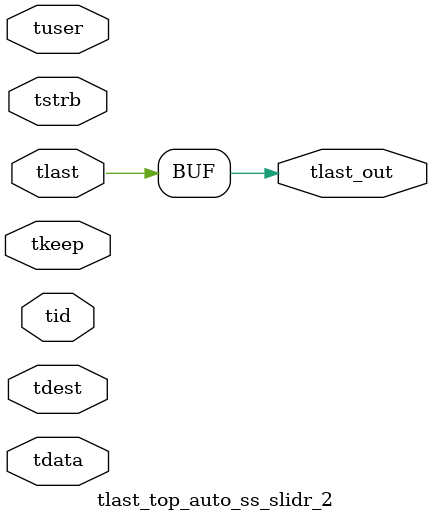
<source format=v>


`timescale 1ps/1ps

module tlast_top_auto_ss_slidr_2 #
(
parameter C_S_AXIS_TID_WIDTH   = 1,
parameter C_S_AXIS_TUSER_WIDTH = 0,
parameter C_S_AXIS_TDATA_WIDTH = 0,
parameter C_S_AXIS_TDEST_WIDTH = 0
)
(
input  [(C_S_AXIS_TID_WIDTH   == 0 ? 1 : C_S_AXIS_TID_WIDTH)-1:0       ] tid,
input  [(C_S_AXIS_TDATA_WIDTH == 0 ? 1 : C_S_AXIS_TDATA_WIDTH)-1:0     ] tdata,
input  [(C_S_AXIS_TUSER_WIDTH == 0 ? 1 : C_S_AXIS_TUSER_WIDTH)-1:0     ] tuser,
input  [(C_S_AXIS_TDEST_WIDTH == 0 ? 1 : C_S_AXIS_TDEST_WIDTH)-1:0     ] tdest,
input  [(C_S_AXIS_TDATA_WIDTH/8)-1:0 ] tkeep,
input  [(C_S_AXIS_TDATA_WIDTH/8)-1:0 ] tstrb,
input  [0:0]                                                             tlast,
output                                                                   tlast_out
);

assign tlast_out = {tlast};

endmodule


</source>
